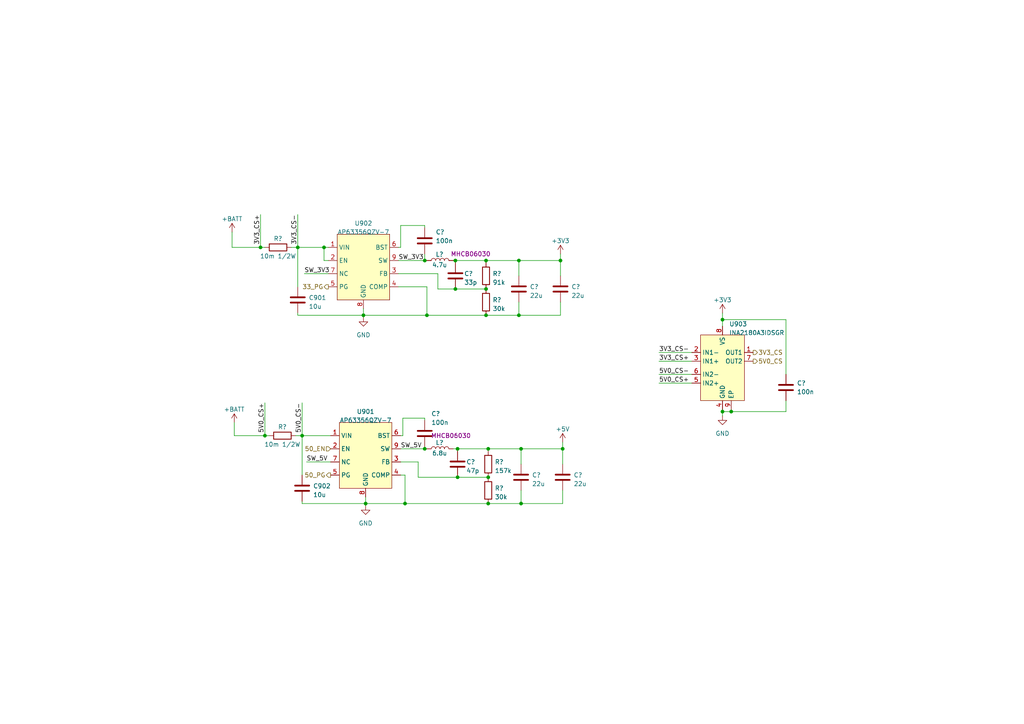
<source format=kicad_sch>
(kicad_sch (version 20230121) (generator eeschema)
  (paper "A4")
  (lib_symbols
    (symbol "Capstone:AP63356QZV-7"
      (property "Reference" "U" (at 5.08 -10.16 0))
      (property "Value" "AP63356QZV-7" (at 0 11.43 0))
      (symbol "AP63356QZV-7_1_1"
        (rectangle (start -7.62 10.16) (end 7.62 -8.89) (fill (type background)))
        (pin power_in line (at -10.16 6.35 0) (length 2.54) (name "VIN") (number "1"))
        (pin input line (at -10.16 2.54 0) (length 2.54) (name "EN") (number "2"))
        (pin input line (at 10.16 -1.27 180) (length 2.54) (name "FB") (number "3"))
        (pin input line (at 10.16 -5.08 180) (length 2.54) (name "COMP") (number "4"))
        (pin output line (at -10.16 -5.08 0) (length 2.54) (name "PG") (number "5"))
        (pin input line (at 10.16 6.35 180) (length 2.54) (name "BST") (number "6"))
        (pin passive line (at -10.16 -1.27 0) (length 2.54) (name "NC") (number "7"))
        (pin power_in line (at 0 -11.43 90) (length 2.54) (name "GND") (number "8"))
        (pin power_out line (at 10.16 2.54 180) (length 2.54) (name "SW") (number "9"))
      )
    )
    (symbol "Capstone:INA2180A3IDSGR"
      (property "Reference" "U" (at 5.08 -11.43 0))
      (property "Value" "INA2180A3IDSGR" (at 8.89 10.16 0))
      (symbol "INA2180A3IDSGR_1_1"
        (rectangle (start -6.35 8.89) (end 6.35 -10.16) (fill (type background)))
        (pin output line (at 8.89 3.81 180) (length 2.54) (name "OUT1") (number "1"))
        (pin input line (at -8.89 3.81 0) (length 2.54) (name "IN1-") (number "2"))
        (pin input line (at -8.89 1.27 0) (length 2.54) (name "IN1+") (number "3"))
        (pin power_in line (at 0 -12.7 90) (length 2.54) (name "GND") (number "4"))
        (pin input line (at -8.89 -5.08 0) (length 2.54) (name "IN2+") (number "5"))
        (pin input line (at -8.89 -2.54 0) (length 2.54) (name "IN2-") (number "6"))
        (pin output line (at 8.89 1.27 180) (length 2.54) (name "OUT2") (number "7"))
        (pin power_in line (at 0 11.43 270) (length 2.54) (name "VS") (number "8"))
        (pin power_in line (at 2.54 -12.7 90) (length 2.54) (name "EP") (number "9"))
      )
    )
    (symbol "Device:C" (pin_numbers hide) (pin_names (offset 0.254))
      (property "Reference" "C" (at 0.635 2.54 0))
      (property "Value" "C" (at 0.635 -2.54 0))
      (symbol "C_0_1"
        (polyline (pts (xy -2.032 -0.762) (xy 2.032 -0.762)) (stroke (width 0.508)))
        (polyline (pts (xy -2.032 0.762) (xy 2.032 0.762)) (stroke (width 0.508)))
      )
      (symbol "C_1_1"
        (pin passive line (at 0 3.81 270) (length 2.794) (name "~") (number "1"))
        (pin passive line (at 0 -3.81 90) (length 2.794) (name "~") (number "2"))
      )
    )
    (symbol "Device:L" (pin_numbers hide) (pin_names (offset 1.016) hide)
      (property "Reference" "L" (at -1.27 0 90))
      (property "Value" "L" (at 1.905 0 90))
      (symbol "L_0_1"
        (arc (start 0 -2.54) (mid 0.6323 -1.905) (end 0 -1.27))
        (arc (start 0 -1.27) (mid 0.6323 -0.635) (end 0 0))
        (arc (start 0 0) (mid 0.6323 0.635) (end 0 1.27))
        (arc (start 0 1.27) (mid 0.6323 1.905) (end 0 2.54))
      )
      (symbol "L_1_1"
        (pin passive line (at 0 3.81 270) (length 1.27) (name "1") (number "1"))
        (pin passive line (at 0 -3.81 90) (length 1.27) (name "2") (number "2"))
      )
    )
    (symbol "Device:R" (pin_numbers hide) (pin_names (offset 0))
      (property "Reference" "R" (at 2.032 0 90))
      (property "Value" "R" (at 0 0 90))
      (symbol "R_0_1"
        (rectangle (start -1.016 -2.54) (end 1.016 2.54) (stroke (width 0.254)))
      )
      (symbol "R_1_1"
        (pin passive line (at 0 3.81 270) (length 1.27) (name "~") (number "1"))
        (pin passive line (at 0 -3.81 90) (length 1.27) (name "~") (number "2"))
      )
    )
    (symbol "power:+3V3" (power) (pin_names (offset 0))
      (property "Value" "+3V3" (at 0 3.556 0))
      (symbol "+3V3_0_1"
        (polyline (pts (xy -0.762 1.27) (xy 0 2.54)))
        (polyline (pts (xy 0 0) (xy 0 2.54)))
        (polyline (pts (xy 0 2.54) (xy 0.762 1.27)))
      )
      (symbol "+3V3_1_1"
        (pin power_in line (at 0 0 90) (length 0) hide (name "+3V3") (number "1"))
      )
    )
    (symbol "power:+5V" (power) (pin_names (offset 0))
      (property "Value" "+5V" (at 0 3.556 0))
      (symbol "+5V_0_1"
        (polyline (pts (xy -0.762 1.27) (xy 0 2.54)))
        (polyline (pts (xy 0 0) (xy 0 2.54)))
        (polyline (pts (xy 0 2.54) (xy 0.762 1.27)))
      )
      (symbol "+5V_1_1"
        (pin power_in line (at 0 0 90) (length 0) hide (name "+5V") (number "1"))
      )
    )
    (symbol "power:+BATT" (power) (pin_names (offset 0))
      (property "Value" "+BATT" (at 0 3.556 0))
      (symbol "+BATT_0_1"
        (polyline (pts (xy -0.762 1.27) (xy 0 2.54)))
        (polyline (pts (xy 0 0) (xy 0 2.54)))
        (polyline (pts (xy 0 2.54) (xy 0.762 1.27)))
      )
      (symbol "+BATT_1_1"
        (pin power_in line (at 0 0 90) (length 0) hide (name "+BATT") (number "1"))
      )
    )
    (symbol "power:GND" (power) (pin_names (offset 0))
      (property "Value" "GND" (at 0 -3.81 0))
      (symbol "GND_0_1"
        (polyline (pts (xy 0 0) (xy 0 -1.27) (xy 1.27 -1.27) (xy 0 -2.54) (xy -1.27 -1.27) (xy 0 -1.27)))
      )
      (symbol "GND_1_1"
        (pin power_in line (at 0 0 270) (length 0) hide (name "GND") (number "1"))
      )
    )
  )
  (junction (at 151.13 146.05))
  (junction (at 140.97 83.82))
  (junction (at 76.835 126.365))
  (junction (at 212.09 119.38))
  (junction (at 123.19 75.565))
  (junction (at 87.63 126.365))
  (junction (at 132.715 138.43))
  (junction (at 140.97 75.565))
  (junction (at 105.41 91.44))
  (junction (at 106.045 146.05))
  (junction (at 163.195 130.175))
  (junction (at 141.605 138.43))
  (junction (at 123.825 91.44))
  (junction (at 150.495 91.44))
  (junction (at 86.36 71.755))
  (junction (at 117.475 146.05))
  (junction (at 162.56 75.565))
  (junction (at 132.08 75.565))
  (junction (at 75.565 71.755))
  (junction (at 140.97 91.44))
  (junction (at 132.715 130.175))
  (junction (at 141.605 146.05))
  (junction (at 123.19 130.175))
  (junction (at 132.08 83.82))
  (junction (at 141.605 130.175))
  (junction (at 209.55 92.71))
  (junction (at 150.495 75.565))
  (junction (at 151.13 130.175))
  (junction (at 209.55 119.38))
  (junction (at 93.98 71.755))
  (wire (pts (xy 209.55 92.71) (xy 209.55 94.615)))
  (wire (pts (xy 67.31 71.755) (xy 75.565 71.755)))
  (wire (pts (xy 163.195 130.175) (xy 163.195 134.62)))
  (wire (pts (xy 191.135 111.125) (xy 200.66 111.125)))
  (wire (pts (xy 87.63 116.84) (xy 87.63 126.365)))
  (wire (pts (xy 132.715 130.81) (xy 132.715 130.175)))
  (wire (pts (xy 123.825 75.565) (xy 123.19 75.565)))
  (wire (pts (xy 140.97 91.44) (xy 150.495 91.44)))
  (wire (pts (xy 150.495 75.565) (xy 150.495 80.01)))
  (wire (pts (xy 150.495 75.565) (xy 162.56 75.565)))
  (wire (pts (xy 116.84 121.285) (xy 123.19 121.285)))
  (wire (pts (xy 132.08 76.2) (xy 132.08 75.565)))
  (wire (pts (xy 115.57 83.185) (xy 123.825 83.185)))
  (wire (pts (xy 227.965 116.205) (xy 227.965 119.38)))
  (wire (pts (xy 191.135 104.775) (xy 200.66 104.775)))
  (wire (pts (xy 115.57 75.565) (xy 123.19 75.565)))
  (wire (pts (xy 86.36 91.44) (xy 105.41 91.44)))
  (wire (pts (xy 131.445 75.565) (xy 132.08 75.565)))
  (wire (pts (xy 75.565 71.755) (xy 75.565 62.23)))
  (wire (pts (xy 106.045 146.05) (xy 117.475 146.05)))
  (wire (pts (xy 151.13 146.05) (xy 163.195 146.05)))
  (wire (pts (xy 105.41 91.44) (xy 105.41 92.075)))
  (wire (pts (xy 105.41 91.44) (xy 123.825 91.44)))
  (wire (pts (xy 75.565 71.755) (xy 76.835 71.755)))
  (wire (pts (xy 105.41 89.535) (xy 105.41 91.44)))
  (wire (pts (xy 227.965 92.71) (xy 227.965 108.585)))
  (wire (pts (xy 116.205 130.175) (xy 123.19 130.175)))
  (wire (pts (xy 141.605 130.175) (xy 141.605 130.81)))
  (wire (pts (xy 87.63 145.415) (xy 87.63 146.05)))
  (wire (pts (xy 162.56 73.66) (xy 162.56 75.565)))
  (wire (pts (xy 86.36 71.755) (xy 93.98 71.755)))
  (wire (pts (xy 162.56 75.565) (xy 162.56 80.01)))
  (wire (pts (xy 227.965 119.38) (xy 212.09 119.38)))
  (wire (pts (xy 93.98 71.755) (xy 95.25 71.755)))
  (wire (pts (xy 191.135 108.585) (xy 200.66 108.585)))
  (wire (pts (xy 95.25 75.565) (xy 93.98 75.565)))
  (wire (pts (xy 123.19 73.66) (xy 123.19 75.565)))
  (wire (pts (xy 162.56 91.44) (xy 162.56 87.63)))
  (wire (pts (xy 191.135 102.235) (xy 200.66 102.235)))
  (wire (pts (xy 123.19 130.175) (xy 123.825 130.175)))
  (wire (pts (xy 150.495 91.44) (xy 150.495 87.63)))
  (wire (pts (xy 121.285 133.985) (xy 121.285 138.43)))
  (wire (pts (xy 115.57 71.755) (xy 116.205 71.755)))
  (wire (pts (xy 141.605 146.05) (xy 151.13 146.05)))
  (wire (pts (xy 85.725 126.365) (xy 87.63 126.365)))
  (wire (pts (xy 116.205 65.405) (xy 116.205 71.755)))
  (wire (pts (xy 150.495 91.44) (xy 162.56 91.44)))
  (wire (pts (xy 209.55 118.745) (xy 209.55 119.38)))
  (wire (pts (xy 86.36 62.23) (xy 86.36 71.755)))
  (wire (pts (xy 209.55 90.805) (xy 209.55 92.71)))
  (wire (pts (xy 117.475 146.05) (xy 141.605 146.05)))
  (wire (pts (xy 151.13 130.175) (xy 163.195 130.175)))
  (wire (pts (xy 84.455 71.755) (xy 86.36 71.755)))
  (wire (pts (xy 132.08 83.82) (xy 140.97 83.82)))
  (wire (pts (xy 132.08 75.565) (xy 140.97 75.565)))
  (wire (pts (xy 163.195 128.27) (xy 163.195 130.175)))
  (wire (pts (xy 115.57 79.375) (xy 127 79.375)))
  (wire (pts (xy 86.36 71.755) (xy 86.36 83.185)))
  (wire (pts (xy 123.19 129.54) (xy 123.19 130.175)))
  (wire (pts (xy 163.195 146.05) (xy 163.195 142.24)))
  (wire (pts (xy 67.945 122.555) (xy 67.945 126.365)))
  (wire (pts (xy 123.19 121.285) (xy 123.19 121.92)))
  (wire (pts (xy 132.715 138.43) (xy 141.605 138.43)))
  (wire (pts (xy 140.97 75.565) (xy 150.495 75.565)))
  (wire (pts (xy 67.31 67.31) (xy 67.31 71.755)))
  (wire (pts (xy 141.605 130.175) (xy 151.13 130.175)))
  (wire (pts (xy 212.09 119.38) (xy 209.55 119.38)))
  (wire (pts (xy 88.9 133.985) (xy 95.885 133.985)))
  (wire (pts (xy 106.045 146.05) (xy 106.045 146.685)))
  (wire (pts (xy 127 79.375) (xy 127 83.82)))
  (wire (pts (xy 121.285 138.43) (xy 132.715 138.43)))
  (wire (pts (xy 76.835 116.84) (xy 76.835 126.365)))
  (wire (pts (xy 140.97 75.565) (xy 140.97 76.2)))
  (wire (pts (xy 209.55 119.38) (xy 209.55 120.65)))
  (wire (pts (xy 106.045 144.145) (xy 106.045 146.05)))
  (wire (pts (xy 123.19 65.405) (xy 123.19 66.04)))
  (wire (pts (xy 86.36 90.805) (xy 86.36 91.44)))
  (wire (pts (xy 116.205 65.405) (xy 123.19 65.405)))
  (wire (pts (xy 76.835 126.365) (xy 78.105 126.365)))
  (wire (pts (xy 116.84 126.365) (xy 116.84 121.285)))
  (wire (pts (xy 116.205 137.795) (xy 117.475 137.795)))
  (wire (pts (xy 123.825 83.185) (xy 123.825 91.44)))
  (wire (pts (xy 151.13 146.05) (xy 151.13 142.24)))
  (wire (pts (xy 87.63 126.365) (xy 87.63 137.795)))
  (wire (pts (xy 132.715 130.175) (xy 141.605 130.175)))
  (wire (pts (xy 127 83.82) (xy 132.08 83.82)))
  (wire (pts (xy 93.98 75.565) (xy 93.98 71.755)))
  (wire (pts (xy 123.825 91.44) (xy 140.97 91.44)))
  (wire (pts (xy 121.285 133.985) (xy 116.205 133.985)))
  (wire (pts (xy 76.835 126.365) (xy 67.945 126.365)))
  (wire (pts (xy 131.445 130.175) (xy 132.715 130.175)))
  (wire (pts (xy 88.265 79.375) (xy 95.25 79.375)))
  (wire (pts (xy 151.13 130.175) (xy 151.13 134.62)))
  (wire (pts (xy 87.63 146.05) (xy 106.045 146.05)))
  (wire (pts (xy 87.63 126.365) (xy 95.885 126.365)))
  (wire (pts (xy 209.55 92.71) (xy 227.965 92.71)))
  (wire (pts (xy 212.09 118.745) (xy 212.09 119.38)))
  (wire (pts (xy 116.205 126.365) (xy 116.84 126.365)))
  (wire (pts (xy 117.475 137.795) (xy 117.475 146.05)))
  (label "5V0_CS-" (at 87.63 116.84 270))
  (label "3V3_CS-" (at 86.36 62.23 270))
  (label "3V3_CS-" (at 191.135 102.235 0))
  (label "3V3_CS+" (at 191.135 104.775 0))
  (label "5V0_CS+" (at 191.135 111.125 0))
  (label "SW_3V3" (at 115.57 75.565 0))
  (label "SW_5V" (at 116.205 130.175 0))
  (label "3V3_CS+" (at 75.565 62.23 270))
  (label "5V0_CS-" (at 191.135 108.585 0))
  (label "SW_3V3" (at 88.265 79.375 0))
  (label "SW_5V" (at 88.9 133.985 0))
  (label "5V0_CS+" (at 76.835 116.84 270))
  (hierarchical_label "33_PG" (shape output) (at 95.25 83.185 180))
  (hierarchical_label "5V0_CS" (shape output) (at 218.44 104.775 0))
  (hierarchical_label "50_PG" (shape output) (at 95.885 137.795 180))
  (hierarchical_label "50_EN" (shape input) (at 95.885 130.175 180))
  (hierarchical_label "3V3_CS" (shape output) (at 218.44 102.235 0))
  (symbol (lib_id "Device:R") (at 140.97 87.63 0) (unit 1)
    (property "Reference" "R?" (at 142.875 86.995 0) (effects (justify left)))
    (property "Value" "30k" (at 142.875 89.535 0) (effects (justify left)))
    (property "Footprint" "Resistor_SMD:R_0201_0603Metric" (effects hide))
    (instances (project "low-power" (path "" (reference "R?") (unit 1)) (path "" (reference "R904") (unit 1))))
  )
  (symbol (lib_id "Device:C") (at 123.19 125.73 0) (unit 1)
    (property "Reference" "C?" (at 125.095 120.015 0) (effects (justify left)))
    (property "Value" "100n" (at 125.095 122.555 0) (effects (justify left)))
    (property "Footprint" "Capacitor_SMD:C_0201_0603Metric" (effects hide))
    (instances (project "low-power" (path "" (reference "C?") (unit 1)) (path "" (reference "C903") (unit 1))))
  )
  (symbol (lib_id "Device:L") (at 127.635 130.175 90) (unit 1)
    (property "Reference" "L?" (at 127.508 128.397 90))
    (property "Value" "6.8u" (at 127.508 131.445 90))
    (property "Footprint" "capstone:IND_LQH5BPN6R8NT0L" (effects hide))
    (property "PN" "MHCB06030" (at 130.81 126.365 90))
    (instances (project "low-power" (path "" (reference "L?") (unit 1)) (path "" (reference "L902") (unit 1))))
  )
  (symbol (lib_id "Device:C") (at 150.495 83.82 0) (unit 1)
    (property "Reference" "C?" (at 153.67 83.185 0) (effects (justify left)))
    (property "Value" "22u" (at 153.67 85.725 0) (effects (justify left)))
    (property "Footprint" "Capacitor_SMD:C_0805_2012Metric" (effects hide))
    (instances (project "low-power" (path "" (reference "C?") (unit 1)) (path "" (reference "C907") (unit 1))))
  )
  (symbol (lib_id "power:+3V3") (at 162.56 73.66 0) (unit 1)
    (property "Reference" "#PWR?" (effects hide))
    (property "Value" "+3V3" (at 162.56 69.85 0))
    (instances (project "low-power" (path "" (reference "#PWR?") (unit 1)) (path "" (reference "#PWR0905") (unit 1))))
  )
  (symbol (lib_id "power:+BATT") (at 67.945 122.555 0) (unit 1)
    (property "Reference" "#PWR?" (effects hide))
    (property "Value" "+BATT" (at 67.945 118.745 0))
    (instances (project "low-power" (path "" (reference "#PWR?") (unit 1)) (path "" (reference "#PWR0902") (unit 1))))
  )
  (symbol (lib_id "Device:C") (at 163.195 138.43 0) (unit 1)
    (property "Reference" "C?" (at 166.37 137.795 0) (effects (justify left)))
    (property "Value" "22u" (at 166.37 140.335 0) (effects (justify left)))
    (property "Footprint" "Capacitor_SMD:C_0805_2012Metric" (effects hide))
    (instances (project "low-power" (path "" (reference "C?") (unit 1)) (path "" (reference "C910") (unit 1))))
  )
  (symbol (lib_id "power:GND") (at 106.045 146.685 0) (unit 1)
    (property "Reference" "#PWR?" (effects hide))
    (property "Value" "GND" (at 106.045 151.765 0))
    (instances (project "low-power" (path "" (reference "#PWR?") (unit 1)) (path "" (reference "#PWR0904") (unit 1))))
  )
  (symbol (lib_id "power:+3V3") (at 209.55 90.805 0) (unit 1)
    (property "Reference" "#PWR?" (effects hide))
    (property "Value" "+3V3" (at 209.55 86.995 0))
    (instances (project "low-power" (path "" (reference "#PWR?") (unit 1)) (path "" (reference "#PWR0907") (unit 1))))
  )
  (symbol (lib_id "Device:L") (at 127.635 75.565 90) (unit 1)
    (property "Reference" "L?" (at 127.508 73.787 90))
    (property "Value" "4.7u" (at 127.508 76.835 90))
    (property "Footprint" "capstone:IND_LQH5BPN6R8NT0L" (effects hide))
    (property "PN" "MHCB06030" (at 136.525 73.66 90))
    (instances (project "low-power" (path "" (reference "L?") (unit 1)) (path "" (reference "L901") (unit 1))))
  )
  (symbol (lib_id "Device:R") (at 80.645 71.755 90) (unit 1)
    (property "Reference" "R?" (at 80.645 69.215 90))
    (property "Value" "10m 1/2W" (at 80.645 74.295 90))
    (property "Footprint" "Resistor_SMD:R_2010_5025Metric" (effects hide))
    (instances (project "low-power" (path "" (reference "R?") (unit 1)) (path "" (reference "R901") (unit 1))))
  )
  (symbol (lib_id "Device:C") (at 87.63 141.605 0) (unit 1)
    (property "Reference" "C902" (at 90.805 140.97 0) (effects (justify left)))
    (property "Value" "10u" (at 90.805 143.51 0) (effects (justify left)))
    (property "Footprint" "Capacitor_SMD:C_0805_2012Metric" (effects hide))
  )
  (symbol (lib_id "Capstone:AP63356QZV-7") (at 105.41 78.105 0) (unit 1)
    (property "Reference" "U902" (at 105.41 64.77 0))
    (property "Value" "AP63356QZV-7" (at 105.41 67.31 0))
    (property "Footprint" "capstone:CONV_AP63356QZV-7" (effects hide))
  )
  (symbol (lib_id "Capstone:AP63356QZV-7") (at 106.045 132.715 0) (unit 1)
    (property "Reference" "U901" (at 106.045 119.38 0))
    (property "Value" "AP63356QZV-7" (at 106.045 121.92 0))
    (property "Footprint" "capstone:CONV_AP63356QZV-7" (effects hide))
  )
  (symbol (lib_id "power:GND") (at 209.55 120.65 0) (unit 1)
    (property "Reference" "#PWR?" (effects hide))
    (property "Value" "GND" (at 209.55 125.73 0))
    (instances (project "low-power" (path "" (reference "#PWR?") (unit 1)) (path "" (reference "#PWR0908") (unit 1))))
  )
  (symbol (lib_id "power:+5V") (at 163.195 128.27 0) (unit 1)
    (property "Reference" "#PWR?" (effects hide))
    (property "Value" "+5V" (at 163.195 124.46 0))
    (instances (project "low-power" (path "" (reference "#PWR?") (unit 1)) (path "" (reference "#PWR0906") (unit 1))))
  )
  (symbol (lib_id "Capstone:INA2180A3IDSGR") (at 209.55 106.045 0) (unit 1)
    (property "Reference" "U903" (at 211.5059 93.98 0) (effects (justify left)))
    (property "Value" "INA2180A3IDSGR" (at 211.5059 96.52 0) (effects (justify left)))
    (property "Footprint" "capstone:SON50P200X200X80-9N" (effects hide))
  )
  (symbol (lib_id "Device:C") (at 151.13 138.43 0) (unit 1)
    (property "Reference" "C?" (at 154.305 137.795 0) (effects (justify left)))
    (property "Value" "22u" (at 154.305 140.335 0) (effects (justify left)))
    (property "Footprint" "Capacitor_SMD:C_0805_2012Metric" (effects hide))
    (instances (project "low-power" (path "" (reference "C?") (unit 1)) (path "" (reference "C908") (unit 1))))
  )
  (symbol (lib_id "Device:C") (at 132.715 134.62 0) (unit 1)
    (property "Reference" "C?" (at 135.255 133.985 0) (effects (justify left)))
    (property "Value" "47p" (at 135.255 136.525 0) (effects (justify left)))
    (property "Footprint" "Capacitor_SMD:C_0201_0603Metric" (effects hide))
    (instances (project "low-power" (path "" (reference "C?") (unit 1)) (path "" (reference "C906") (unit 1))))
  )
  (symbol (lib_id "Device:C") (at 86.36 86.995 0) (unit 1)
    (property "Reference" "C901" (at 89.535 86.36 0) (effects (justify left)))
    (property "Value" "10u" (at 89.535 88.9 0) (effects (justify left)))
    (property "Footprint" "Capacitor_SMD:C_0805_2012Metric" (effects hide))
  )
  (symbol (lib_id "Device:R") (at 141.605 134.62 0) (unit 1)
    (property "Reference" "R?" (at 143.51 133.985 0) (effects (justify left)))
    (property "Value" "157k" (at 143.51 136.525 0) (effects (justify left)))
    (property "Footprint" "Resistor_SMD:R_0201_0603Metric" (effects hide))
    (instances (project "low-power" (path "" (reference "R?") (unit 1)) (path "" (reference "R905") (unit 1))))
  )
  (symbol (lib_id "Device:C") (at 162.56 83.82 0) (unit 1)
    (property "Reference" "C?" (at 165.735 83.185 0) (effects (justify left)))
    (property "Value" "22u" (at 165.735 85.725 0) (effects (justify left)))
    (property "Footprint" "Capacitor_SMD:C_0805_2012Metric" (effects hide))
    (instances (project "low-power" (path "" (reference "C?") (unit 1)) (path "" (reference "C909") (unit 1))))
  )
  (symbol (lib_id "Device:C") (at 123.19 69.85 0) (unit 1)
    (property "Reference" "C?" (at 126.365 67.31 0) (effects (justify left)))
    (property "Value" "100n" (at 126.365 69.85 0) (effects (justify left)))
    (property "Footprint" "Capacitor_SMD:C_0201_0603Metric" (effects hide))
    (instances (project "low-power" (path "" (reference "C?") (unit 1)) (path "" (reference "C904") (unit 1))))
  )
  (symbol (lib_id "power:+BATT") (at 67.31 67.31 0) (unit 1)
    (property "Reference" "#PWR?" (effects hide))
    (property "Value" "+BATT" (at 67.31 63.5 0))
    (instances (project "low-power" (path "" (reference "#PWR?") (unit 1)) (path "" (reference "#PWR0901") (unit 1))))
  )
  (symbol (lib_id "Device:R") (at 81.915 126.365 90) (unit 1)
    (property "Reference" "R?" (at 81.915 123.825 90))
    (property "Value" "10m 1/2W" (at 81.915 128.905 90))
    (property "Footprint" "Resistor_SMD:R_2010_5025Metric" (effects hide))
    (instances (project "low-power" (path "" (reference "R?") (unit 1)) (path "" (reference "R902") (unit 1))))
  )
  (symbol (lib_id "power:GND") (at 105.41 92.075 0) (unit 1)
    (property "Reference" "#PWR?" (effects hide))
    (property "Value" "GND" (at 105.41 97.155 0))
    (instances (project "low-power" (path "" (reference "#PWR?") (unit 1)) (path "" (reference "#PWR0903") (unit 1))))
  )
  (symbol (lib_id "Device:C") (at 132.08 80.01 0) (unit 1)
    (property "Reference" "C?" (at 134.62 79.375 0) (effects (justify left)))
    (property "Value" "33p" (at 134.62 81.915 0) (effects (justify left)))
    (property "Footprint" "Capacitor_SMD:C_0201_0603Metric" (effects hide))
    (instances (project "low-power" (path "" (reference "C?") (unit 1)) (path "" (reference "C905") (unit 1))))
  )
  (symbol (lib_id "Device:C") (at 227.965 112.395 0) (unit 1)
    (property "Reference" "C?" (at 231.14 111.125 0) (effects (justify left)))
    (property "Value" "100n" (at 231.14 113.665 0) (effects (justify left)))
    (property "Footprint" "Capacitor_SMD:C_0201_0603Metric" (effects hide))
    (instances (project "low-power" (path "" (reference "C?") (unit 1)) (path "" (reference "C911") (unit 1))))
  )
  (symbol (lib_id "Device:R") (at 140.97 80.01 0) (unit 1)
    (property "Reference" "R?" (at 142.875 79.375 0) (effects (justify left)))
    (property "Value" "91k" (at 142.875 81.915 0) (effects (justify left)))
    (property "Footprint" "Resistor_SMD:R_0201_0603Metric" (effects hide))
    (instances (project "low-power" (path "" (reference "R?") (unit 1)) (path "" (reference "R903") (unit 1))))
  )
  (symbol (lib_id "Device:R") (at 141.605 142.24 0) (unit 1)
    (property "Reference" "R?" (at 143.51 141.605 0) (effects (justify left)))
    (property "Value" "30k" (at 143.51 144.145 0) (effects (justify left)))
    (property "Footprint" "Resistor_SMD:R_0201_0603Metric" (effects hide))
    (instances (project "low-power" (path "" (reference "R?") (unit 1)) (path "" (reference "R906") (unit 1))))
  )
)
</source>
